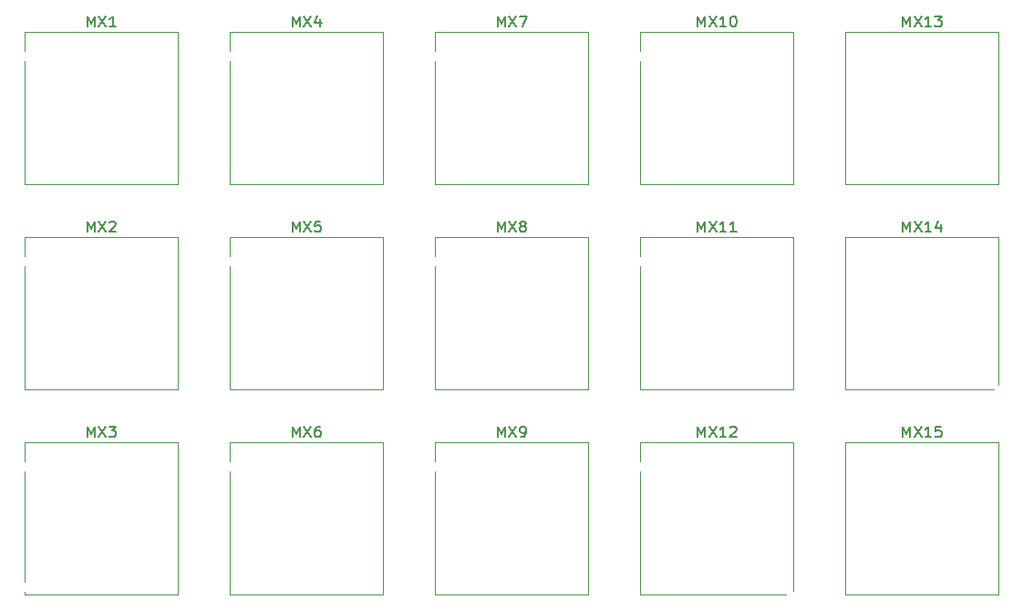
<source format=gbr>
%TF.GenerationSoftware,KiCad,Pcbnew,(6.0.6)*%
%TF.CreationDate,2022-08-15T00:28:01+08:00*%
%TF.ProjectId,15k-macropad,31356b2d-6d61-4637-926f-7061642e6b69,rev?*%
%TF.SameCoordinates,Original*%
%TF.FileFunction,Legend,Top*%
%TF.FilePolarity,Positive*%
%FSLAX46Y46*%
G04 Gerber Fmt 4.6, Leading zero omitted, Abs format (unit mm)*
G04 Created by KiCad (PCBNEW (6.0.6)) date 2022-08-15 00:28:01*
%MOMM*%
%LPD*%
G01*
G04 APERTURE LIST*
%ADD10C,0.150000*%
%ADD11C,0.120000*%
%ADD12C,2.200000*%
%ADD13C,1.750000*%
%ADD14C,4.000000*%
%ADD15C,3.050000*%
%ADD16O,1.700000X1.700000*%
%ADD17R,1.700000X1.700000*%
%ADD18C,0.800000*%
G04 APERTURE END LIST*
D10*
%TO.C,MX15*%
X179213095Y-95639880D02*
X179213095Y-94639880D01*
X179546428Y-95354166D01*
X179879761Y-94639880D01*
X179879761Y-95639880D01*
X180260714Y-94639880D02*
X180927380Y-95639880D01*
X180927380Y-94639880D02*
X180260714Y-95639880D01*
X181832142Y-95639880D02*
X181260714Y-95639880D01*
X181546428Y-95639880D02*
X181546428Y-94639880D01*
X181451190Y-94782738D01*
X181355952Y-94877976D01*
X181260714Y-94925595D01*
X182736904Y-94639880D02*
X182260714Y-94639880D01*
X182213095Y-95116071D01*
X182260714Y-95068452D01*
X182355952Y-95020833D01*
X182594047Y-95020833D01*
X182689285Y-95068452D01*
X182736904Y-95116071D01*
X182784523Y-95211309D01*
X182784523Y-95449404D01*
X182736904Y-95544642D01*
X182689285Y-95592261D01*
X182594047Y-95639880D01*
X182355952Y-95639880D01*
X182260714Y-95592261D01*
X182213095Y-95544642D01*
%TO.C,MX7*%
X141589285Y-57539880D02*
X141589285Y-56539880D01*
X141922619Y-57254166D01*
X142255952Y-56539880D01*
X142255952Y-57539880D01*
X142636904Y-56539880D02*
X143303571Y-57539880D01*
X143303571Y-56539880D02*
X142636904Y-57539880D01*
X143589285Y-56539880D02*
X144255952Y-56539880D01*
X143827380Y-57539880D01*
%TO.C,MX5*%
X122539285Y-76589880D02*
X122539285Y-75589880D01*
X122872619Y-76304166D01*
X123205952Y-75589880D01*
X123205952Y-76589880D01*
X123586904Y-75589880D02*
X124253571Y-76589880D01*
X124253571Y-75589880D02*
X123586904Y-76589880D01*
X125110714Y-75589880D02*
X124634523Y-75589880D01*
X124586904Y-76066071D01*
X124634523Y-76018452D01*
X124729761Y-75970833D01*
X124967857Y-75970833D01*
X125063095Y-76018452D01*
X125110714Y-76066071D01*
X125158333Y-76161309D01*
X125158333Y-76399404D01*
X125110714Y-76494642D01*
X125063095Y-76542261D01*
X124967857Y-76589880D01*
X124729761Y-76589880D01*
X124634523Y-76542261D01*
X124586904Y-76494642D01*
%TO.C,MX14*%
X179213095Y-76589880D02*
X179213095Y-75589880D01*
X179546428Y-76304166D01*
X179879761Y-75589880D01*
X179879761Y-76589880D01*
X180260714Y-75589880D02*
X180927380Y-76589880D01*
X180927380Y-75589880D02*
X180260714Y-76589880D01*
X181832142Y-76589880D02*
X181260714Y-76589880D01*
X181546428Y-76589880D02*
X181546428Y-75589880D01*
X181451190Y-75732738D01*
X181355952Y-75827976D01*
X181260714Y-75875595D01*
X182689285Y-75923214D02*
X182689285Y-76589880D01*
X182451190Y-75542261D02*
X182213095Y-76256547D01*
X182832142Y-76256547D01*
%TO.C,MX4*%
X122539285Y-57539880D02*
X122539285Y-56539880D01*
X122872619Y-57254166D01*
X123205952Y-56539880D01*
X123205952Y-57539880D01*
X123586904Y-56539880D02*
X124253571Y-57539880D01*
X124253571Y-56539880D02*
X123586904Y-57539880D01*
X125063095Y-56873214D02*
X125063095Y-57539880D01*
X124825000Y-56492261D02*
X124586904Y-57206547D01*
X125205952Y-57206547D01*
%TO.C,MX6*%
X122539285Y-95639880D02*
X122539285Y-94639880D01*
X122872619Y-95354166D01*
X123205952Y-94639880D01*
X123205952Y-95639880D01*
X123586904Y-94639880D02*
X124253571Y-95639880D01*
X124253571Y-94639880D02*
X123586904Y-95639880D01*
X125063095Y-94639880D02*
X124872619Y-94639880D01*
X124777380Y-94687500D01*
X124729761Y-94735119D01*
X124634523Y-94877976D01*
X124586904Y-95068452D01*
X124586904Y-95449404D01*
X124634523Y-95544642D01*
X124682142Y-95592261D01*
X124777380Y-95639880D01*
X124967857Y-95639880D01*
X125063095Y-95592261D01*
X125110714Y-95544642D01*
X125158333Y-95449404D01*
X125158333Y-95211309D01*
X125110714Y-95116071D01*
X125063095Y-95068452D01*
X124967857Y-95020833D01*
X124777380Y-95020833D01*
X124682142Y-95068452D01*
X124634523Y-95116071D01*
X124586904Y-95211309D01*
%TO.C,MX11*%
X160163095Y-76589880D02*
X160163095Y-75589880D01*
X160496428Y-76304166D01*
X160829761Y-75589880D01*
X160829761Y-76589880D01*
X161210714Y-75589880D02*
X161877380Y-76589880D01*
X161877380Y-75589880D02*
X161210714Y-76589880D01*
X162782142Y-76589880D02*
X162210714Y-76589880D01*
X162496428Y-76589880D02*
X162496428Y-75589880D01*
X162401190Y-75732738D01*
X162305952Y-75827976D01*
X162210714Y-75875595D01*
X163734523Y-76589880D02*
X163163095Y-76589880D01*
X163448809Y-76589880D02*
X163448809Y-75589880D01*
X163353571Y-75732738D01*
X163258333Y-75827976D01*
X163163095Y-75875595D01*
%TO.C,MX2*%
X103489285Y-76589880D02*
X103489285Y-75589880D01*
X103822619Y-76304166D01*
X104155952Y-75589880D01*
X104155952Y-76589880D01*
X104536904Y-75589880D02*
X105203571Y-76589880D01*
X105203571Y-75589880D02*
X104536904Y-76589880D01*
X105536904Y-75685119D02*
X105584523Y-75637500D01*
X105679761Y-75589880D01*
X105917857Y-75589880D01*
X106013095Y-75637500D01*
X106060714Y-75685119D01*
X106108333Y-75780357D01*
X106108333Y-75875595D01*
X106060714Y-76018452D01*
X105489285Y-76589880D01*
X106108333Y-76589880D01*
%TO.C,MX3*%
X103489285Y-95639880D02*
X103489285Y-94639880D01*
X103822619Y-95354166D01*
X104155952Y-94639880D01*
X104155952Y-95639880D01*
X104536904Y-94639880D02*
X105203571Y-95639880D01*
X105203571Y-94639880D02*
X104536904Y-95639880D01*
X105489285Y-94639880D02*
X106108333Y-94639880D01*
X105775000Y-95020833D01*
X105917857Y-95020833D01*
X106013095Y-95068452D01*
X106060714Y-95116071D01*
X106108333Y-95211309D01*
X106108333Y-95449404D01*
X106060714Y-95544642D01*
X106013095Y-95592261D01*
X105917857Y-95639880D01*
X105632142Y-95639880D01*
X105536904Y-95592261D01*
X105489285Y-95544642D01*
%TO.C,MX10*%
X160163095Y-57539880D02*
X160163095Y-56539880D01*
X160496428Y-57254166D01*
X160829761Y-56539880D01*
X160829761Y-57539880D01*
X161210714Y-56539880D02*
X161877380Y-57539880D01*
X161877380Y-56539880D02*
X161210714Y-57539880D01*
X162782142Y-57539880D02*
X162210714Y-57539880D01*
X162496428Y-57539880D02*
X162496428Y-56539880D01*
X162401190Y-56682738D01*
X162305952Y-56777976D01*
X162210714Y-56825595D01*
X163401190Y-56539880D02*
X163496428Y-56539880D01*
X163591666Y-56587500D01*
X163639285Y-56635119D01*
X163686904Y-56730357D01*
X163734523Y-56920833D01*
X163734523Y-57158928D01*
X163686904Y-57349404D01*
X163639285Y-57444642D01*
X163591666Y-57492261D01*
X163496428Y-57539880D01*
X163401190Y-57539880D01*
X163305952Y-57492261D01*
X163258333Y-57444642D01*
X163210714Y-57349404D01*
X163163095Y-57158928D01*
X163163095Y-56920833D01*
X163210714Y-56730357D01*
X163258333Y-56635119D01*
X163305952Y-56587500D01*
X163401190Y-56539880D01*
%TO.C,MX9*%
X141589285Y-95639880D02*
X141589285Y-94639880D01*
X141922619Y-95354166D01*
X142255952Y-94639880D01*
X142255952Y-95639880D01*
X142636904Y-94639880D02*
X143303571Y-95639880D01*
X143303571Y-94639880D02*
X142636904Y-95639880D01*
X143732142Y-95639880D02*
X143922619Y-95639880D01*
X144017857Y-95592261D01*
X144065476Y-95544642D01*
X144160714Y-95401785D01*
X144208333Y-95211309D01*
X144208333Y-94830357D01*
X144160714Y-94735119D01*
X144113095Y-94687500D01*
X144017857Y-94639880D01*
X143827380Y-94639880D01*
X143732142Y-94687500D01*
X143684523Y-94735119D01*
X143636904Y-94830357D01*
X143636904Y-95068452D01*
X143684523Y-95163690D01*
X143732142Y-95211309D01*
X143827380Y-95258928D01*
X144017857Y-95258928D01*
X144113095Y-95211309D01*
X144160714Y-95163690D01*
X144208333Y-95068452D01*
%TO.C,MX8*%
X141589285Y-76589880D02*
X141589285Y-75589880D01*
X141922619Y-76304166D01*
X142255952Y-75589880D01*
X142255952Y-76589880D01*
X142636904Y-75589880D02*
X143303571Y-76589880D01*
X143303571Y-75589880D02*
X142636904Y-76589880D01*
X143827380Y-76018452D02*
X143732142Y-75970833D01*
X143684523Y-75923214D01*
X143636904Y-75827976D01*
X143636904Y-75780357D01*
X143684523Y-75685119D01*
X143732142Y-75637500D01*
X143827380Y-75589880D01*
X144017857Y-75589880D01*
X144113095Y-75637500D01*
X144160714Y-75685119D01*
X144208333Y-75780357D01*
X144208333Y-75827976D01*
X144160714Y-75923214D01*
X144113095Y-75970833D01*
X144017857Y-76018452D01*
X143827380Y-76018452D01*
X143732142Y-76066071D01*
X143684523Y-76113690D01*
X143636904Y-76208928D01*
X143636904Y-76399404D01*
X143684523Y-76494642D01*
X143732142Y-76542261D01*
X143827380Y-76589880D01*
X144017857Y-76589880D01*
X144113095Y-76542261D01*
X144160714Y-76494642D01*
X144208333Y-76399404D01*
X144208333Y-76208928D01*
X144160714Y-76113690D01*
X144113095Y-76066071D01*
X144017857Y-76018452D01*
%TO.C,MX13*%
X179213095Y-57539880D02*
X179213095Y-56539880D01*
X179546428Y-57254166D01*
X179879761Y-56539880D01*
X179879761Y-57539880D01*
X180260714Y-56539880D02*
X180927380Y-57539880D01*
X180927380Y-56539880D02*
X180260714Y-57539880D01*
X181832142Y-57539880D02*
X181260714Y-57539880D01*
X181546428Y-57539880D02*
X181546428Y-56539880D01*
X181451190Y-56682738D01*
X181355952Y-56777976D01*
X181260714Y-56825595D01*
X182165476Y-56539880D02*
X182784523Y-56539880D01*
X182451190Y-56920833D01*
X182594047Y-56920833D01*
X182689285Y-56968452D01*
X182736904Y-57016071D01*
X182784523Y-57111309D01*
X182784523Y-57349404D01*
X182736904Y-57444642D01*
X182689285Y-57492261D01*
X182594047Y-57539880D01*
X182308333Y-57539880D01*
X182213095Y-57492261D01*
X182165476Y-57444642D01*
%TO.C,MX1*%
X103489285Y-57539880D02*
X103489285Y-56539880D01*
X103822619Y-57254166D01*
X104155952Y-56539880D01*
X104155952Y-57539880D01*
X104536904Y-56539880D02*
X105203571Y-57539880D01*
X105203571Y-56539880D02*
X104536904Y-57539880D01*
X106108333Y-57539880D02*
X105536904Y-57539880D01*
X105822619Y-57539880D02*
X105822619Y-56539880D01*
X105727380Y-56682738D01*
X105632142Y-56777976D01*
X105536904Y-56825595D01*
%TO.C,MX12*%
X160163095Y-95639880D02*
X160163095Y-94639880D01*
X160496428Y-95354166D01*
X160829761Y-94639880D01*
X160829761Y-95639880D01*
X161210714Y-94639880D02*
X161877380Y-95639880D01*
X161877380Y-94639880D02*
X161210714Y-95639880D01*
X162782142Y-95639880D02*
X162210714Y-95639880D01*
X162496428Y-95639880D02*
X162496428Y-94639880D01*
X162401190Y-94782738D01*
X162305952Y-94877976D01*
X162210714Y-94925595D01*
X163163095Y-94735119D02*
X163210714Y-94687500D01*
X163305952Y-94639880D01*
X163544047Y-94639880D01*
X163639285Y-94687500D01*
X163686904Y-94735119D01*
X163734523Y-94830357D01*
X163734523Y-94925595D01*
X163686904Y-95068452D01*
X163115476Y-95639880D01*
X163734523Y-95639880D01*
D11*
%TO.C,MX15*%
X173875000Y-110287500D02*
X188075000Y-110287500D01*
X173875000Y-96087500D02*
X173875000Y-110287500D01*
X188075000Y-110287500D02*
X188075000Y-96087500D01*
X188075000Y-96087500D02*
X173875000Y-96087500D01*
%TO.C,MX7*%
X135775000Y-72187500D02*
X149975000Y-72187500D01*
X135775000Y-57987500D02*
X135775000Y-72187500D01*
X149975000Y-72187500D02*
X149975000Y-57987500D01*
X149975000Y-57987500D02*
X135775000Y-57987500D01*
%TO.C,MX5*%
X130925000Y-77037500D02*
X116725000Y-77037500D01*
X116725000Y-91237500D02*
X130925000Y-91237500D01*
X116725000Y-77037500D02*
X116725000Y-91237500D01*
X130925000Y-91237500D02*
X130925000Y-77037500D01*
%TO.C,MX14*%
X173875000Y-91237500D02*
X188075000Y-91237500D01*
X173875000Y-77037500D02*
X173875000Y-91237500D01*
X188075000Y-91237500D02*
X188075000Y-77037500D01*
X188075000Y-77037500D02*
X173875000Y-77037500D01*
%TO.C,MX4*%
X130925000Y-72187500D02*
X130925000Y-57987500D01*
X130925000Y-57987500D02*
X116725000Y-57987500D01*
X116725000Y-72187500D02*
X130925000Y-72187500D01*
X116725000Y-57987500D02*
X116725000Y-72187500D01*
%TO.C,MX6*%
X130925000Y-96087500D02*
X116725000Y-96087500D01*
X116725000Y-96087500D02*
X116725000Y-110287500D01*
X130925000Y-110287500D02*
X130925000Y-96087500D01*
X116725000Y-110287500D02*
X130925000Y-110287500D01*
%TO.C,MX11*%
X154825000Y-91237500D02*
X169025000Y-91237500D01*
X169025000Y-91237500D02*
X169025000Y-77037500D01*
X169025000Y-77037500D02*
X154825000Y-77037500D01*
X154825000Y-77037500D02*
X154825000Y-91237500D01*
%TO.C,MX2*%
X97675000Y-91237500D02*
X111875000Y-91237500D01*
X111875000Y-91237500D02*
X111875000Y-77037500D01*
X111875000Y-77037500D02*
X97675000Y-77037500D01*
X97675000Y-77037500D02*
X97675000Y-91237500D01*
%TO.C,MX3*%
X97675000Y-110287500D02*
X111875000Y-110287500D01*
X111875000Y-96087500D02*
X97675000Y-96087500D01*
X111875000Y-110287500D02*
X111875000Y-96087500D01*
X97675000Y-96087500D02*
X97675000Y-110287500D01*
%TO.C,MX10*%
X154825000Y-57987500D02*
X154825000Y-72187500D01*
X154825000Y-72187500D02*
X169025000Y-72187500D01*
X169025000Y-57987500D02*
X154825000Y-57987500D01*
X169025000Y-72187500D02*
X169025000Y-57987500D01*
%TO.C,MX9*%
X149975000Y-96087500D02*
X135775000Y-96087500D01*
X149975000Y-110287500D02*
X149975000Y-96087500D01*
X135775000Y-96087500D02*
X135775000Y-110287500D01*
X135775000Y-110287500D02*
X149975000Y-110287500D01*
%TO.C,MX8*%
X149975000Y-91237500D02*
X149975000Y-77037500D01*
X149975000Y-77037500D02*
X135775000Y-77037500D01*
X135775000Y-77037500D02*
X135775000Y-91237500D01*
X135775000Y-91237500D02*
X149975000Y-91237500D01*
%TO.C,MX13*%
X188075000Y-57987500D02*
X173875000Y-57987500D01*
X173875000Y-57987500D02*
X173875000Y-72187500D01*
X173875000Y-72187500D02*
X188075000Y-72187500D01*
X188075000Y-72187500D02*
X188075000Y-57987500D01*
%TO.C,MX1*%
X97675000Y-57987500D02*
X97675000Y-72187500D01*
X111875000Y-72187500D02*
X111875000Y-57987500D01*
X111875000Y-57987500D02*
X97675000Y-57987500D01*
X97675000Y-72187500D02*
X111875000Y-72187500D01*
%TO.C,MX12*%
X169025000Y-96087500D02*
X154825000Y-96087500D01*
X154825000Y-96087500D02*
X154825000Y-110287500D01*
X154825000Y-110287500D02*
X169025000Y-110287500D01*
X169025000Y-110287500D02*
X169025000Y-96087500D01*
%TD*%
%LPC*%
D12*
%TO.C,H3*%
X185737500Y-74612500D03*
%TD*%
%TO.C,H1*%
X100012500Y-74612500D03*
%TD*%
D13*
%TO.C,MX15*%
X186055000Y-103187500D03*
D14*
X180975000Y-103187500D03*
D13*
X175895000Y-103187500D03*
D15*
X177165000Y-100647500D03*
X183515000Y-98107500D03*
%TD*%
D14*
%TO.C,MX7*%
X142875000Y-65087500D03*
D15*
X139065000Y-62547500D03*
D13*
X147955000Y-65087500D03*
X137795000Y-65087500D03*
D15*
X145415000Y-60007500D03*
%TD*%
%TO.C,MX5*%
X126365000Y-79057500D03*
D13*
X118745000Y-84137500D03*
D15*
X120015000Y-81597500D03*
D13*
X128905000Y-84137500D03*
D14*
X123825000Y-84137500D03*
%TD*%
D12*
%TO.C,H2*%
X98425000Y-117475000D03*
%TD*%
D15*
%TO.C,MX14*%
X177165000Y-81597500D03*
D13*
X175895000Y-84137500D03*
X186055000Y-84137500D03*
D15*
X183515000Y-79057500D03*
D14*
X180975000Y-84137500D03*
%TD*%
D13*
%TO.C,MX4*%
X128905000Y-65087500D03*
D15*
X120015000Y-62547500D03*
D13*
X118745000Y-65087500D03*
D15*
X126365000Y-60007500D03*
D14*
X123825000Y-65087500D03*
%TD*%
D15*
%TO.C,MX6*%
X126365000Y-98107500D03*
X120015000Y-100647500D03*
D13*
X118745000Y-103187500D03*
D14*
X123825000Y-103187500D03*
D13*
X128905000Y-103187500D03*
%TD*%
D15*
%TO.C,MX11*%
X164465000Y-79057500D03*
D13*
X156845000Y-84137500D03*
D14*
X161925000Y-84137500D03*
D15*
X158115000Y-81597500D03*
D13*
X167005000Y-84137500D03*
%TD*%
D12*
%TO.C,H4*%
X187325000Y-117475000D03*
%TD*%
D15*
%TO.C,MX2*%
X100965000Y-81597500D03*
D13*
X109855000Y-84137500D03*
D14*
X104775000Y-84137500D03*
D13*
X99695000Y-84137500D03*
D15*
X107315000Y-79057500D03*
%TD*%
%TO.C,MX3*%
X107315000Y-98107500D03*
D13*
X99695000Y-103187500D03*
X109855000Y-103187500D03*
D15*
X100965000Y-100647500D03*
D14*
X104775000Y-103187500D03*
%TD*%
D15*
%TO.C,MX10*%
X164465000Y-60007500D03*
D14*
X161925000Y-65087500D03*
D13*
X167005000Y-65087500D03*
D15*
X158115000Y-62547500D03*
D13*
X156845000Y-65087500D03*
%TD*%
D15*
%TO.C,MX9*%
X145415000Y-98107500D03*
X139065000Y-100647500D03*
D13*
X147955000Y-103187500D03*
X137795000Y-103187500D03*
D14*
X142875000Y-103187500D03*
%TD*%
D13*
%TO.C,MX8*%
X147955000Y-84137500D03*
X137795000Y-84137500D03*
D15*
X145415000Y-79057500D03*
D14*
X142875000Y-84137500D03*
D15*
X139065000Y-81597500D03*
%TD*%
%TO.C,MX13*%
X177165000Y-62547500D03*
X183515000Y-60007500D03*
D13*
X186055000Y-65087500D03*
D14*
X180975000Y-65087500D03*
D13*
X175895000Y-65087500D03*
%TD*%
D14*
%TO.C,MX1*%
X104775000Y-65087500D03*
D15*
X100965000Y-62547500D03*
X107315000Y-60007500D03*
D13*
X99695000Y-65087500D03*
X109855000Y-65087500D03*
%TD*%
D14*
%TO.C,MX12*%
X161925000Y-103187500D03*
D15*
X164465000Y-98107500D03*
D13*
X167005000Y-103187500D03*
X156845000Y-103187500D03*
D15*
X158115000Y-100647500D03*
%TD*%
D16*
%TO.C,J1*%
X171926250Y-115887500D03*
X169386250Y-115887500D03*
X166846250Y-115887500D03*
X164306250Y-115887500D03*
X161766250Y-115887500D03*
X159226250Y-115887500D03*
X156686250Y-115887500D03*
X154146250Y-115887500D03*
X151606250Y-115887500D03*
X149066250Y-115887500D03*
D17*
X146526250Y-115887500D03*
%TD*%
D18*
X134937500Y-111125000D03*
X133350000Y-54768750D03*
X132556250Y-73818750D03*
X134143750Y-111918750D03*
X131762500Y-92868750D03*
X133350000Y-112712500D03*
X97631250Y-98425000D03*
X172243750Y-51593750D03*
X172243750Y-113506250D03*
X97631250Y-79375000D03*
X98425000Y-51593750D03*
X97631250Y-60325000D03*
X171450000Y-112712500D03*
X117475000Y-52387500D03*
X116681250Y-60325000D03*
X116681250Y-79375000D03*
X171450000Y-52387500D03*
X116681250Y-98425000D03*
X135731250Y-60325000D03*
X135731250Y-79375000D03*
X170656250Y-53181250D03*
X136525000Y-53181250D03*
X170656250Y-111918750D03*
X135731250Y-98425000D03*
X169862500Y-53975000D03*
X154781250Y-79375000D03*
X154781250Y-98425000D03*
X155575000Y-53975000D03*
X169642785Y-111125000D03*
X154781250Y-60325000D03*
X169862500Y-63500000D03*
X169862500Y-82550000D03*
X168849035Y-110331250D03*
X169862500Y-101600000D03*
X138545000Y-69417500D03*
X100445000Y-88467500D03*
X100445000Y-107517500D03*
X176645000Y-69417500D03*
X138545000Y-88467500D03*
X176645000Y-107517500D03*
X119495000Y-69417500D03*
X100445000Y-69417500D03*
X138545000Y-107517500D03*
X119495000Y-107517500D03*
X157595000Y-107517500D03*
X157595000Y-69417500D03*
X157595000Y-88467500D03*
X176645000Y-88467500D03*
X119495000Y-88467500D03*
X188118750Y-91281250D03*
X187325000Y-69850000D03*
X100806250Y-115093750D03*
X97631250Y-109537500D03*
X184943750Y-115093750D03*
X186531250Y-88900000D03*
X186531250Y-107950000D03*
X184150000Y-114300000D03*
M02*

</source>
